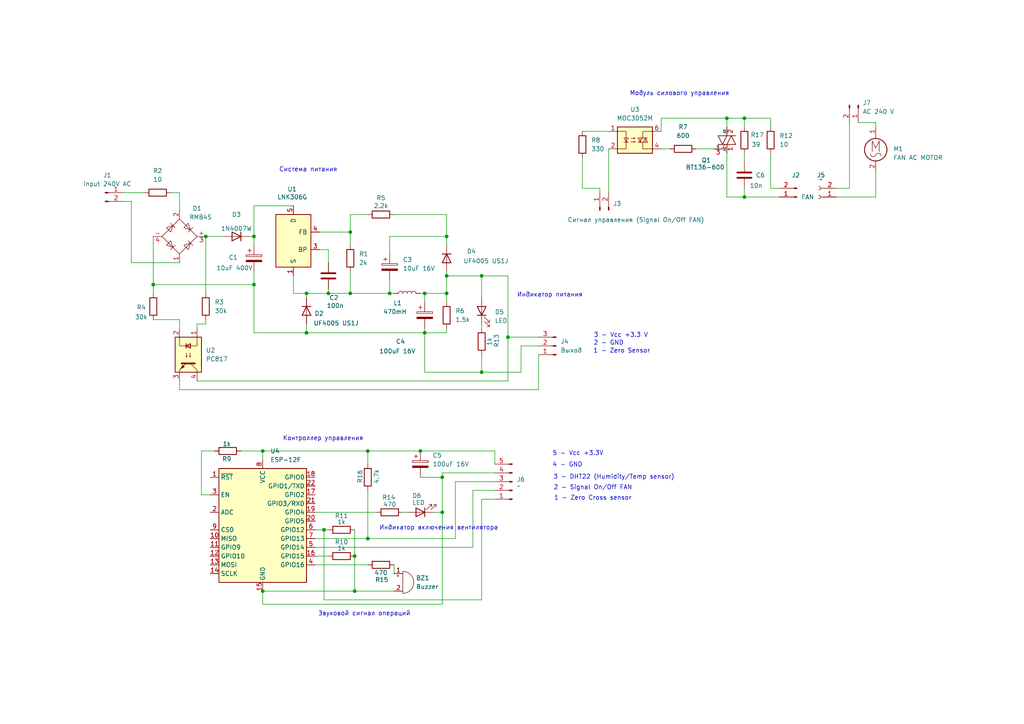
<source format=kicad_sch>
(kicad_sch (version 20231120) (generator "eeschema") (generator_version "8.0")
  (paper "A4")
  (title_block (title "Система управления вентилятором") (rev "1.2") (company "CYBEREX TECH"))
  (lib_symbols
    (symbol "Connector:Conn_01x02_Pin" (pin_names (offset 1.016) hide)
      (property "Reference" "J" (at 0 2.54 0))
      (property "Value" "Conn_01x02_Pin" (at 0 -5.08 0))
      (symbol "Conn_01x02_Pin_1_1"
        (polyline (pts (xy 1.27 -2.54) (xy 0.8636 -2.54)) (stroke (width 0.1524)))
        (polyline (pts (xy 1.27 0) (xy 0.8636 0)) (stroke (width 0.1524)))
        (rectangle (start 0.8636 -2.413) (end 0 -2.667) (stroke (width 0.1524)) (fill (type outline)))
        (rectangle (start 0.8636 0.127) (end 0 -0.127) (stroke (width 0.1524)) (fill (type outline)))
        (pin passive line (at 5.08 0 180) (length 3.81) (name "Pin_1") (number "1"))
        (pin passive line (at 5.08 -2.54 180) (length 3.81) (name "Pin_2") (number "2"))
      )
    )
    (symbol "Connector:Conn_01x02_Socket" (pin_names (offset 1.016) hide)
      (property "Reference" "J" (at 0 2.54 0))
      (property "Value" "Conn_01x02_Socket" (at 0 -5.08 0))
      (symbol "Conn_01x02_Socket_1_1"
        (arc (start 0 -2.032) (mid -0.5058 -2.54) (end 0 -3.048) (stroke (width 0.1524)))
        (polyline (pts (xy -1.27 -2.54) (xy -0.508 -2.54)) (stroke (width 0.1524)))
        (polyline (pts (xy -1.27 0) (xy -0.508 0)) (stroke (width 0.1524)))
        (arc (start 0 0.508) (mid -0.5058 0) (end 0 -0.508) (stroke (width 0.1524)))
        (pin passive line (at -5.08 0 0) (length 3.81) (name "Pin_1") (number "1"))
        (pin passive line (at -5.08 -2.54 0) (length 3.81) (name "Pin_2") (number "2"))
      )
    )
    (symbol "Connector:Conn_01x03_Pin" (pin_names (offset 1.016) hide)
      (property "Reference" "J" (at 0 5.08 0))
      (property "Value" "Conn_01x03_Pin" (at 0 -5.08 0))
      (symbol "Conn_01x03_Pin_1_1"
        (polyline (pts (xy 1.27 -2.54) (xy 0.8636 -2.54)) (stroke (width 0.1524)))
        (polyline (pts (xy 1.27 0) (xy 0.8636 0)) (stroke (width 0.1524)))
        (polyline (pts (xy 1.27 2.54) (xy 0.8636 2.54)) (stroke (width 0.1524)))
        (rectangle (start 0.8636 -2.413) (end 0 -2.667) (stroke (width 0.1524)) (fill (type outline)))
        (rectangle (start 0.8636 0.127) (end 0 -0.127) (stroke (width 0.1524)) (fill (type outline)))
        (rectangle (start 0.8636 2.667) (end 0 2.413) (stroke (width 0.1524)) (fill (type outline)))
        (pin passive line (at 5.08 2.54 180) (length 3.81) (name "Pin_1") (number "1"))
        (pin passive line (at 5.08 0 180) (length 3.81) (name "Pin_2") (number "2"))
        (pin passive line (at 5.08 -2.54 180) (length 3.81) (name "Pin_3") (number "3"))
      )
    )
    (symbol "Connector:Conn_01x05_Pin" (pin_names (offset 1.016) hide)
      (property "Reference" "J" (at 0 7.62 0))
      (property "Value" "Conn_01x05_Pin" (at 0 -7.62 0))
      (symbol "Conn_01x05_Pin_1_1"
        (polyline (pts (xy 1.27 -5.08) (xy 0.8636 -5.08)) (stroke (width 0.1524)))
        (polyline (pts (xy 1.27 -2.54) (xy 0.8636 -2.54)) (stroke (width 0.1524)))
        (polyline (pts (xy 1.27 0) (xy 0.8636 0)) (stroke (width 0.1524)))
        (polyline (pts (xy 1.27 2.54) (xy 0.8636 2.54)) (stroke (width 0.1524)))
        (polyline (pts (xy 1.27 5.08) (xy 0.8636 5.08)) (stroke (width 0.1524)))
        (rectangle (start 0.8636 -4.953) (end 0 -5.207) (stroke (width 0.1524)) (fill (type outline)))
        (rectangle (start 0.8636 -2.413) (end 0 -2.667) (stroke (width 0.1524)) (fill (type outline)))
        (rectangle (start 0.8636 0.127) (end 0 -0.127) (stroke (width 0.1524)) (fill (type outline)))
        (rectangle (start 0.8636 2.667) (end 0 2.413) (stroke (width 0.1524)) (fill (type outline)))
        (rectangle (start 0.8636 5.207) (end 0 4.953) (stroke (width 0.1524)) (fill (type outline)))
        (pin passive line (at 5.08 5.08 180) (length 3.81) (name "Pin_1") (number "1"))
        (pin passive line (at 5.08 2.54 180) (length 3.81) (name "Pin_2") (number "2"))
        (pin passive line (at 5.08 0 180) (length 3.81) (name "Pin_3") (number "3"))
        (pin passive line (at 5.08 -2.54 180) (length 3.81) (name "Pin_4") (number "4"))
        (pin passive line (at 5.08 -5.08 180) (length 3.81) (name "Pin_5") (number "5"))
      )
    )
    (symbol "Device:Buzzer" (pin_names (offset 0.0254) hide)
      (property "Reference" "BZ" (at 3.81 1.27 0))
      (property "Value" "Buzzer" (at 3.81 -1.27 0))
      (symbol "Buzzer_0_1"
        (arc (start 0 -3.175) (mid 3.1612 0) (end 0 3.175))
        (polyline (pts (xy -1.651 1.905) (xy -1.143 1.905)))
        (polyline (pts (xy -1.397 2.159) (xy -1.397 1.651)))
        (polyline (pts (xy 0 3.175) (xy 0 -3.175)))
      )
      (symbol "Buzzer_1_1"
        (pin passive line (at -2.54 2.54 0) (length 2.54) (name "+") (number "1"))
        (pin passive line (at -2.54 -2.54 0) (length 2.54) (name "-") (number "2"))
      )
    )
    (symbol "Device:C" (pin_numbers hide) (pin_names (offset 0.254))
      (property "Reference" "C" (at 0.635 2.54 0))
      (property "Value" "C" (at 0.635 -2.54 0))
      (symbol "C_0_1"
        (polyline (pts (xy -2.032 -0.762) (xy 2.032 -0.762)) (stroke (width 0.508)))
        (polyline (pts (xy -2.032 0.762) (xy 2.032 0.762)) (stroke (width 0.508)))
      )
      (symbol "C_1_1"
        (pin passive line (at 0 3.81 270) (length 2.794) (name "~") (number "1"))
        (pin passive line (at 0 -3.81 90) (length 2.794) (name "~") (number "2"))
      )
    )
    (symbol "Device:C_Polarized" (pin_numbers hide) (pin_names (offset 0.254))
      (property "Reference" "C" (at 0.635 2.54 0))
      (property "Value" "C_Polarized" (at 0.635 -2.54 0))
      (symbol "C_Polarized_0_1"
        (rectangle (start -2.286 0.508) (end 2.286 1.016))
        (polyline (pts (xy -1.778 2.286) (xy -0.762 2.286)))
        (polyline (pts (xy -1.27 2.794) (xy -1.27 1.778)))
        (rectangle (start 2.286 -0.508) (end -2.286 -1.016) (fill (type outline)))
      )
      (symbol "C_Polarized_1_1"
        (pin passive line (at 0 3.81 270) (length 2.794) (name "~") (number "1"))
        (pin passive line (at 0 -3.81 90) (length 2.794) (name "~") (number "2"))
      )
    )
    (symbol "Device:D" (pin_numbers hide) (pin_names (offset 1.016) hide)
      (property "Reference" "D" (at 0 2.54 0))
      (property "Value" "D" (at 0 -2.54 0))
      (symbol "D_0_1"
        (polyline (pts (xy -1.27 1.27) (xy -1.27 -1.27)) (stroke (width 0.254)))
        (polyline (pts (xy 1.27 0) (xy -1.27 0)))
        (polyline (pts (xy 1.27 1.27) (xy 1.27 -1.27) (xy -1.27 0) (xy 1.27 1.27)) (stroke (width 0.254)))
      )
      (symbol "D_1_1"
        (pin passive line (at -3.81 0 0) (length 2.54) (name "K") (number "1"))
        (pin passive line (at 3.81 0 180) (length 2.54) (name "A") (number "2"))
      )
    )
    (symbol "Device:L" (pin_numbers hide) (pin_names (offset 1.016) hide)
      (property "Reference" "L" (at -1.27 0 90))
      (property "Value" "L" (at 1.905 0 90))
      (symbol "L_0_1"
        (arc (start 0 -2.54) (mid 0.6323 -1.905) (end 0 -1.27))
        (arc (start 0 -1.27) (mid 0.6323 -0.635) (end 0 0))
        (arc (start 0 0) (mid 0.6323 0.635) (end 0 1.27))
        (arc (start 0 1.27) (mid 0.6323 1.905) (end 0 2.54))
      )
      (symbol "L_1_1"
        (pin passive line (at 0 3.81 270) (length 1.27) (name "1") (number "1"))
        (pin passive line (at 0 -3.81 90) (length 1.27) (name "2") (number "2"))
      )
    )
    (symbol "Device:LED" (pin_numbers hide) (pin_names (offset 1.016) hide)
      (property "Reference" "D" (at 0 2.54 0))
      (property "Value" "LED" (at 0 -2.54 0))
      (symbol "LED_0_1"
        (polyline (pts (xy -1.27 -1.27) (xy -1.27 1.27)) (stroke (width 0.254)))
        (polyline (pts (xy -1.27 0) (xy 1.27 0)))
        (polyline (pts (xy 1.27 -1.27) (xy 1.27 1.27) (xy -1.27 0) (xy 1.27 -1.27)) (stroke (width 0.254)))
        (polyline (pts (xy -3.048 -0.762) (xy -4.572 -2.286) (xy -3.81 -2.286) (xy -4.572 -2.286) (xy -4.572 -1.524)))
        (polyline (pts (xy -1.778 -0.762) (xy -3.302 -2.286) (xy -2.54 -2.286) (xy -3.302 -2.286) (xy -3.302 -1.524)))
      )
      (symbol "LED_1_1"
        (pin passive line (at -3.81 0 0) (length 2.54) (name "K") (number "1"))
        (pin passive line (at 3.81 0 180) (length 2.54) (name "A") (number "2"))
      )
    )
    (symbol "Device:R" (pin_numbers hide) (pin_names (offset 0))
      (property "Reference" "R" (at 2.032 0 90))
      (property "Value" "R" (at 0 0 90))
      (symbol "R_0_1"
        (rectangle (start -1.016 -2.54) (end 1.016 2.54) (stroke (width 0.254)))
      )
      (symbol "R_1_1"
        (pin passive line (at 0 3.81 270) (length 1.27) (name "~") (number "1"))
        (pin passive line (at 0 -3.81 90) (length 1.27) (name "~") (number "2"))
      )
    )
    (symbol "Diode_Bridge:RMB4S" (pin_names (offset 0))
      (property "Reference" "D" (at 2.54 6.985 0))
      (property "Value" "RMB4S" (at 2.54 5.08 0))
      (symbol "RMB4S_0_1"
        (polyline (pts (xy -2.54 3.81) (xy -1.27 2.54)))
        (polyline (pts (xy -1.27 -2.54) (xy -2.54 -3.81)))
        (polyline (pts (xy 2.54 -1.27) (xy 3.81 -2.54)))
        (polyline (pts (xy 2.54 1.27) (xy 3.81 2.54)))
        (polyline (pts (xy -3.81 2.54) (xy -2.54 1.27) (xy -1.905 3.175) (xy -3.81 2.54)))
        (polyline (pts (xy -2.54 -1.27) (xy -3.81 -2.54) (xy -1.905 -3.175) (xy -2.54 -1.27)))
        (polyline (pts (xy 1.27 2.54) (xy 2.54 3.81) (xy 3.175 1.905) (xy 1.27 2.54)))
        (polyline (pts (xy 3.175 -1.905) (xy 1.27 -2.54) (xy 2.54 -3.81) (xy 3.175 -1.905)))
        (polyline (pts (xy -5.08 0) (xy 0 -5.08) (xy 5.08 0) (xy 0 5.08) (xy -5.08 0)))
      )
      (symbol "RMB4S_1_1"
        (pin passive line (at 0 -7.62 90) (length 2.54) (name "~") (number "1"))
        (pin passive line (at 0 7.62 270) (length 2.54) (name "~") (number "2"))
        (pin passive line (at 7.62 0 180) (length 2.54) (name "+") (number "3"))
        (pin passive line (at -7.62 0 0) (length 2.54) (name "-") (number "4"))
      )
    )
    (symbol "Isolator:PC817" (pin_names (offset 1.016))
      (property "Reference" "U" (at -5.08 5.08 0))
      (property "Value" "PC817" (at 0 5.08 0))
      (symbol "PC817_0_1"
        (rectangle (start -5.08 3.81) (end 5.08 -3.81) (stroke (width 0.254)) (fill (type background)))
        (polyline (pts (xy -3.175 -0.635) (xy -1.905 -0.635)) (stroke (width 0.254)))
        (polyline (pts (xy 2.54 0.635) (xy 4.445 2.54)))
        (polyline (pts (xy 4.445 -2.54) (xy 2.54 -0.635)) (fill (type outline)))
        (polyline (pts (xy 4.445 -2.54) (xy 5.08 -2.54)))
        (polyline (pts (xy 4.445 2.54) (xy 5.08 2.54)))
        (polyline (pts (xy -5.08 2.54) (xy -2.54 2.54) (xy -2.54 -0.635)))
        (polyline (pts (xy -2.54 -0.635) (xy -2.54 -2.54) (xy -5.08 -2.54)))
        (polyline (pts (xy 2.54 1.905) (xy 2.54 -1.905) (xy 2.54 -1.905)) (stroke (width 0.508)))
        (polyline (pts (xy -2.54 -0.635) (xy -3.175 0.635) (xy -1.905 0.635) (xy -2.54 -0.635)) (stroke (width 0.254)))
        (polyline (pts (xy -0.508 -0.508) (xy 0.762 -0.508) (xy 0.381 -0.635) (xy 0.381 -0.381) (xy 0.762 -0.508)))
        (polyline (pts (xy -0.508 0.508) (xy 0.762 0.508) (xy 0.381 0.381) (xy 0.381 0.635) (xy 0.762 0.508)))
        (polyline (pts (xy 3.048 -1.651) (xy 3.556 -1.143) (xy 4.064 -2.159) (xy 3.048 -1.651) (xy 3.048 -1.651)) (fill (type outline)))
      )
      (symbol "PC817_1_1"
        (pin passive line (at -7.62 2.54 0) (length 2.54) (name "~") (number "1"))
        (pin passive line (at -7.62 -2.54 0) (length 2.54) (name "~") (number "2"))
        (pin passive line (at 7.62 -2.54 180) (length 2.54) (name "~") (number "3"))
        (pin passive line (at 7.62 2.54 180) (length 2.54) (name "~") (number "4"))
      )
    )
    (symbol "Motor:Motor_AC" (pin_names (offset 0))
      (property "Reference" "M" (at 2.54 2.54 0))
      (property "Value" "Motor_AC" (at 2.54 -5.08 0))
      (symbol "Motor_AC_0_0"
        (arc (start -1.524 -2.794) (mid -0.8654 -3.5217) (end 0 -3.048))
        (polyline (pts (xy -1.016 -2.032) (xy -1.016 1.016) (xy 0 -1.016) (xy 1.016 1.016) (xy 1.016 -2.032)))
        (arc (start 1.524 -3.302) (mid 0.85 -2.5503) (end 0 -3.048))
      )
      (symbol "Motor_AC_0_1"
        (circle (center 0 -1.524) (radius 3.2512) (stroke (width 0.254)))
        (polyline (pts (xy 0 -7.62) (xy 0 -7.112)))
        (polyline (pts (xy 0 -4.7752) (xy 0 -5.1816)))
        (polyline (pts (xy 0 1.7272) (xy 0 2.0828)))
        (polyline (pts (xy 0 2.032) (xy 0 2.54)))
      )
      (symbol "Motor_AC_1_1"
        (pin passive line (at 0 5.08 270) (length 2.54) (name "~") (number "1"))
        (pin passive line (at 0 -7.62 90) (length 2.54) (name "~") (number "2"))
      )
    )
    (symbol "RF_Module:ESP-12F"
      (property "Reference" "U" (at -12.7 19.05 0))
      (property "Value" "ESP-12F" (at 12.7 19.05 0))
      (symbol "ESP-12F_0_1"
        (rectangle (start -12.7 17.78) (end 12.7 -15.24) (stroke (width 0.254)) (fill (type background)))
      )
      (symbol "ESP-12F_1_1"
        (pin input line (at -15.24 15.24 0) (length 2.54) (name "~{RST}") (number "1"))
        (pin bidirectional line (at -15.24 -2.54 0) (length 2.54) (name "MISO") (number "10"))
        (pin bidirectional line (at -15.24 -5.08 0) (length 2.54) (name "GPIO9") (number "11"))
        (pin bidirectional line (at -15.24 -7.62 0) (length 2.54) (name "GPIO10") (number "12"))
        (pin bidirectional line (at -15.24 -10.16 0) (length 2.54) (name "MOSI") (number "13"))
        (pin bidirectional line (at -15.24 -12.7 0) (length 2.54) (name "SCLK") (number "14"))
        (pin power_in line (at 0 -17.78 90) (length 2.54) (name "GND") (number "15"))
        (pin bidirectional line (at 15.24 -7.62 180) (length 2.54) (name "GPIO15") (number "16"))
        (pin bidirectional line (at 15.24 10.16 180) (length 2.54) (name "GPIO2") (number "17"))
        (pin bidirectional line (at 15.24 15.24 180) (length 2.54) (name "GPIO0") (number "18"))
        (pin bidirectional line (at 15.24 5.08 180) (length 2.54) (name "GPIO4") (number "19"))
        (pin input line (at -15.24 5.08 0) (length 2.54) (name "ADC") (number "2"))
        (pin bidirectional line (at 15.24 2.54 180) (length 2.54) (name "GPIO5") (number "20"))
        (pin bidirectional line (at 15.24 7.62 180) (length 2.54) (name "GPIO3/RXD") (number "21"))
        (pin bidirectional line (at 15.24 12.7 180) (length 2.54) (name "GPIO1/TXD") (number "22"))
        (pin input line (at -15.24 10.16 0) (length 2.54) (name "EN") (number "3"))
        (pin bidirectional line (at 15.24 -10.16 180) (length 2.54) (name "GPIO16") (number "4"))
        (pin bidirectional line (at 15.24 -5.08 180) (length 2.54) (name "GPIO14") (number "5"))
        (pin bidirectional line (at 15.24 0 180) (length 2.54) (name "GPIO12") (number "6"))
        (pin bidirectional line (at 15.24 -2.54 180) (length 2.54) (name "GPIO13") (number "7"))
        (pin power_in line (at 0 20.32 270) (length 2.54) (name "VCC") (number "8"))
        (pin input line (at -15.24 0 0) (length 2.54) (name "CS0") (number "9"))
      )
    )
    (symbol "Regulator_Switching:LNK306G" (pin_names (offset 1.016))
      (property "Reference" "U" (at 0 -6.35 0))
      (property "Value" "LNK306G" (at 0 -8.89 0))
      (symbol "LNK306G_0_1"
        (rectangle (start -7.62 5.08) (end 7.62 -5.08) (stroke (width 0.254)) (fill (type background)))
      )
      (symbol "LNK306G_1_1"
        (pin power_in line (at 10.16 0 180) (length 2.54) (name "S") (number "1"))
        (pin passive line (at 10.16 0 180) (length 2.54) hide (name "S") (number "2"))
        (pin input line (at 2.54 7.62 270) (length 2.54) (name "BP") (number "3"))
        (pin input line (at -2.54 7.62 270) (length 2.54) (name "FB") (number "4"))
        (pin open_collector line (at -10.16 0 0) (length 2.54) (name "D") (number "5"))
        (pin passive line (at 10.16 0 180) (length 2.54) hide (name "S") (number "7"))
        (pin passive line (at 10.16 0 180) (length 2.54) hide (name "S") (number "8"))
      )
    )
    (symbol "Relay_SolidState:MOC3052M"
      (property "Reference" "U" (at -5.334 4.826 0))
      (property "Value" "MOC3052M" (at 0 5.08 0))
      (symbol "MOC3052M_0_1"
        (rectangle (start -5.08 3.81) (end 5.08 -3.81) (stroke (width 0.254)) (fill (type background)))
        (polyline (pts (xy -3.175 -0.635) (xy -1.905 -0.635)))
        (polyline (pts (xy 1.524 -0.635) (xy 1.524 0.635)))
        (polyline (pts (xy 3.048 0.635) (xy 3.048 -0.635)))
        (polyline (pts (xy 2.286 -0.635) (xy 2.286 -2.54) (xy 5.08 -2.54)))
        (polyline (pts (xy 2.286 0.635) (xy 2.286 2.54) (xy 5.08 2.54)))
        (polyline (pts (xy -5.08 2.54) (xy -2.54 2.54) (xy -2.54 -2.54) (xy -5.08 -2.54)))
        (polyline (pts (xy -2.54 -0.635) (xy -3.175 0.635) (xy -1.905 0.635) (xy -2.54 -0.635)))
        (polyline (pts (xy 0.889 -0.635) (xy 3.683 -0.635) (xy 3.048 0.635) (xy 2.413 -0.635)))
        (polyline (pts (xy 3.683 0.635) (xy 0.889 0.635) (xy 1.524 -0.635) (xy 2.159 0.635)))
        (polyline (pts (xy -1.143 -0.508) (xy 0.127 -0.508) (xy -0.254 -0.635) (xy -0.254 -0.381) (xy 0.127 -0.508)))
        (polyline (pts (xy -1.143 0.508) (xy 0.127 0.508) (xy -0.254 0.381) (xy -0.254 0.635) (xy 0.127 0.508)))
      )
      (symbol "MOC3052M_1_1"
        (pin passive line (at -7.62 2.54 0) (length 2.54) (name "~") (number "1"))
        (pin passive line (at -7.62 -2.54 0) (length 2.54) (name "~") (number "2"))
        (pin no_connect line (at -5.08 0 0) (length 2.54) hide (name "NC") (number "3"))
        (pin passive line (at 7.62 -2.54 180) (length 2.54) (name "~") (number "4"))
        (pin no_connect line (at 5.08 0 180) (length 2.54) hide (name "NC") (number "5"))
        (pin passive line (at 7.62 2.54 180) (length 2.54) (name "~") (number "6"))
      )
    )
    (symbol "Triac_Thyristor:BT136-600" (pin_names (offset 0))
      (property "Reference" "Q" (at 5.08 1.905 0))
      (property "Value" "BT136-600" (at 5.08 0 0))
      (symbol "BT136-600_0_1"
        (polyline (pts (xy -2.54 -1.27) (xy 2.54 -1.27)) (stroke (width 0.2032)))
        (polyline (pts (xy -2.54 1.27) (xy 2.54 1.27)) (stroke (width 0.2032)))
        (polyline (pts (xy -1.27 -2.54) (xy -0.635 -1.27)))
        (polyline (pts (xy -2.54 1.27) (xy -1.27 -1.27) (xy 0 1.27)) (stroke (width 0.2032)))
        (polyline (pts (xy 0 -1.27) (xy 1.27 1.27) (xy 2.54 -1.27)) (stroke (width 0.2032)))
      )
      (symbol "BT136-600_1_1"
        (pin passive line (at 0 -3.81 90) (length 2.54) (name "A1") (number "1"))
        (pin passive line (at 0 3.81 270) (length 2.54) (name "A2") (number "2"))
        (pin input line (at -3.81 -2.54 0) (length 2.54) (name "G") (number "3"))
      )
    )
  )
  (junction (at 95.25 85.09))
  (junction (at 128.27 138.43))
  (junction (at 88.9 96.52))
  (junction (at 102.87 161.29))
  (junction (at 59.69 68.58))
  (junction (at 101.6 85.09))
  (junction (at 139.7 80.01))
  (junction (at 129.54 68.58))
  (junction (at 106.68 156.21))
  (junction (at 106.68 130.81))
  (junction (at 102.87 171.45))
  (junction (at 129.54 80.01))
  (junction (at 129.54 85.09))
  (junction (at 73.66 82.55))
  (junction (at 147.32 97.79))
  (junction (at 215.9 34.29))
  (junction (at 88.9 85.09))
  (junction (at 93.98 153.67))
  (junction (at 210.82 34.29))
  (junction (at 121.92 130.81))
  (junction (at 123.19 85.09))
  (junction (at 128.27 148.59))
  (junction (at 139.7 107.95))
  (junction (at 44.45 82.55))
  (junction (at 101.6 67.31))
  (junction (at 113.03 85.09))
  (junction (at 76.2 171.45))
  (junction (at 76.2 130.81))
  (junction (at 215.9 57.15))
  (junction (at 73.66 68.58))
  (junction (at 123.19 96.52))
  (wire (pts (xy 242.57 57.15) (xy 254 57.15)))
  (wire (pts (xy 95.25 85.09) (xy 101.6 85.09)))
  (wire (pts (xy 139.7 80.01) (xy 147.32 80.01)))
  (wire (pts (xy 191.77 38.1) (xy 191.77 34.29)))
  (wire (pts (xy 88.9 85.09) (xy 95.25 85.09)))
  (wire (pts (xy 113.03 81.28) (xy 113.03 85.09)))
  (wire (pts (xy 101.6 62.23) (xy 106.68 62.23)))
  (wire (pts (xy 121.92 130.81) (xy 143.51 130.81)))
  (wire (pts (xy 129.54 85.09) (xy 129.54 80.01)))
  (wire (pts (xy 92.71 67.31) (xy 101.6 67.31)))
  (wire (pts (xy 59.69 93.98) (xy 57.15 93.98)))
  (wire (pts (xy 168.91 38.1) (xy 176.53 38.1)))
  (wire (pts (xy 91.44 156.21) (xy 106.68 156.21)))
  (wire (pts (xy 57.15 110.49) (xy 147.32 110.49)))
  (wire (pts (xy 132.08 156.21) (xy 132.08 139.7)))
  (wire (pts (xy 201.93 43.18) (xy 207.01 43.18)))
  (wire (pts (xy 58.42 130.81) (xy 62.23 130.81)))
  (wire (pts (xy 102.87 171.45) (xy 114.3 171.45)))
  (wire (pts (xy 113.03 73.66) (xy 113.03 68.58)))
  (wire (pts (xy 128.27 137.16) (xy 143.51 137.16)))
  (wire (pts (xy 91.44 148.59) (xy 109.22 148.59)))
  (wire (pts (xy 168.91 54.61) (xy 168.91 45.72)))
  (wire (pts (xy 59.69 92.71) (xy 59.69 93.98)))
  (wire (pts (xy 52.07 110.49) (xy 52.07 113.03)))
  (wire (pts (xy 95.25 83.82) (xy 95.25 85.09)))
  (wire (pts (xy 176.53 43.18) (xy 176.53 55.88)))
  (wire (pts (xy 168.91 54.61) (xy 173.99 54.61)))
  (wire (pts (xy 139.7 93.98) (xy 139.7 95.25)))
  (wire (pts (xy 215.9 54.61) (xy 215.9 57.15)))
  (wire (pts (xy 215.9 34.29) (xy 210.82 34.29)))
  (wire (pts (xy 173.99 54.61) (xy 173.99 55.88)))
  (wire (pts (xy 215.9 57.15) (xy 226.06 57.15)))
  (wire (pts (xy 215.9 34.29) (xy 215.9 36.83)))
  (wire (pts (xy 76.2 175.26) (xy 76.2 171.45)))
  (wire (pts (xy 60.96 143.51) (xy 58.42 143.51)))
  (wire (pts (xy 248.92 35.56) (xy 254 35.56)))
  (wire (pts (xy 147.32 97.79) (xy 156.21 97.79)))
  (wire (pts (xy 106.68 142.24) (xy 106.68 156.21)))
  (wire (pts (xy 52.07 92.71) (xy 52.07 95.25)))
  (wire (pts (xy 95.25 72.39) (xy 92.71 72.39)))
  (wire (pts (xy 91.44 163.83) (xy 106.68 163.83)))
  (wire (pts (xy 49.53 55.88) (xy 52.07 55.88)))
  (wire (pts (xy 91.44 161.29) (xy 95.25 161.29)))
  (wire (pts (xy 223.52 36.83) (xy 223.52 34.29)))
  (wire (pts (xy 76.2 130.81) (xy 76.2 133.35)))
  (wire (pts (xy 106.68 130.81) (xy 121.92 130.81)))
  (wire (pts (xy 76.2 130.81) (xy 106.68 130.81)))
  (wire (pts (xy 88.9 85.09) (xy 85.09 85.09)))
  (wire (pts (xy 106.68 130.81) (xy 106.68 134.62)))
  (wire (pts (xy 139.7 173.99) (xy 93.98 173.99)))
  (wire (pts (xy 242.57 54.61) (xy 246.38 54.61)))
  (wire (pts (xy 59.69 68.58) (xy 64.77 68.58)))
  (wire (pts (xy 44.45 68.58) (xy 44.45 82.55)))
  (wire (pts (xy 72.39 68.58) (xy 73.66 68.58)))
  (wire (pts (xy 44.45 82.55) (xy 73.66 82.55)))
  (wire (pts (xy 114.3 163.83) (xy 114.3 166.37)))
  (wire (pts (xy 123.19 96.52) (xy 129.54 96.52)))
  (wire (pts (xy 137.16 158.75) (xy 137.16 142.24)))
  (wire (pts (xy 129.54 62.23) (xy 129.54 68.58)))
  (wire (pts (xy 88.9 93.98) (xy 88.9 96.52)))
  (wire (pts (xy 129.54 95.25) (xy 129.54 96.52)))
  (wire (pts (xy 85.09 80.01) (xy 85.09 85.09)))
  (wire (pts (xy 35.56 55.88) (xy 41.91 55.88)))
  (wire (pts (xy 123.19 85.09) (xy 129.54 85.09)))
  (wire (pts (xy 102.87 153.67) (xy 102.87 161.29)))
  (wire (pts (xy 147.32 97.79) (xy 147.32 110.49)))
  (wire (pts (xy 191.77 34.29) (xy 210.82 34.29)))
  (wire (pts (xy 101.6 85.09) (xy 113.03 85.09)))
  (wire (pts (xy 210.82 44.45) (xy 210.82 57.15)))
  (wire (pts (xy 73.66 68.58) (xy 73.66 59.69)))
  (wire (pts (xy 69.85 130.81) (xy 76.2 130.81)))
  (wire (pts (xy 121.92 85.09) (xy 123.19 85.09)))
  (wire (pts (xy 215.9 44.45) (xy 215.9 46.99)))
  (wire (pts (xy 128.27 138.43) (xy 128.27 137.16)))
  (wire (pts (xy 52.07 76.2) (xy 38.1 76.2)))
  (wire (pts (xy 123.19 107.95) (xy 123.19 96.52)))
  (wire (pts (xy 191.77 43.18) (xy 194.31 43.18)))
  (wire (pts (xy 129.54 68.58) (xy 129.54 71.12)))
  (wire (pts (xy 73.66 82.55) (xy 73.66 78.74)))
  (wire (pts (xy 88.9 96.52) (xy 123.19 96.52)))
  (wire (pts (xy 125.73 148.59) (xy 128.27 148.59)))
  (wire (pts (xy 44.45 82.55) (xy 44.45 85.09)))
  (wire (pts (xy 254 57.15) (xy 254 49.53)))
  (wire (pts (xy 223.52 54.61) (xy 223.52 44.45)))
  (wire (pts (xy 95.25 72.39) (xy 95.25 76.2)))
  (wire (pts (xy 121.92 138.43) (xy 128.27 138.43)))
  (wire (pts (xy 106.68 156.21) (xy 132.08 156.21)))
  (wire (pts (xy 38.1 58.42) (xy 35.56 58.42)))
  (wire (pts (xy 102.87 161.29) (xy 102.87 171.45)))
  (wire (pts (xy 73.66 59.69) (xy 85.09 59.69)))
  (wire (pts (xy 226.06 54.61) (xy 223.52 54.61)))
  (wire (pts (xy 143.51 144.78) (xy 139.7 144.78)))
  (wire (pts (xy 139.7 102.87) (xy 139.7 107.95)))
  (wire (pts (xy 151.13 100.33) (xy 156.21 100.33)))
  (wire (pts (xy 139.7 144.78) (xy 139.7 173.99)))
  (wire (pts (xy 101.6 62.23) (xy 101.6 67.31)))
  (wire (pts (xy 88.9 96.52) (xy 73.66 96.52)))
  (wire (pts (xy 52.07 55.88) (xy 52.07 60.96)))
  (wire (pts (xy 101.6 78.74) (xy 101.6 85.09)))
  (wire (pts (xy 129.54 80.01) (xy 139.7 80.01)))
  (wire (pts (xy 210.82 34.29) (xy 210.82 36.83)))
  (wire (pts (xy 88.9 85.09) (xy 88.9 86.36)))
  (wire (pts (xy 57.15 93.98) (xy 57.15 95.25)))
  (wire (pts (xy 139.7 86.36) (xy 139.7 80.01)))
  (wire (pts (xy 93.98 173.99) (xy 93.98 153.67)))
  (wire (pts (xy 73.66 96.52) (xy 73.66 82.55)))
  (wire (pts (xy 246.38 54.61) (xy 246.38 35.56)))
  (wire (pts (xy 123.19 85.09) (xy 123.19 87.63)))
  (wire (pts (xy 91.44 153.67) (xy 93.98 153.67)))
  (wire (pts (xy 44.45 92.71) (xy 52.07 92.71)))
  (wire (pts (xy 113.03 68.58) (xy 129.54 68.58)))
  (wire (pts (xy 137.16 142.24) (xy 143.51 142.24)))
  (wire (pts (xy 38.1 58.42) (xy 38.1 76.2)))
  (wire (pts (xy 113.03 85.09) (xy 114.3 85.09)))
  (wire (pts (xy 102.87 171.45) (xy 76.2 171.45)))
  (wire (pts (xy 254 35.56) (xy 254 36.83)))
  (wire (pts (xy 59.69 68.58) (xy 59.69 85.09)))
  (wire (pts (xy 128.27 175.26) (xy 76.2 175.26)))
  (wire (pts (xy 128.27 148.59) (xy 128.27 138.43)))
  (wire (pts (xy 73.66 68.58) (xy 73.66 71.12)))
  (wire (pts (xy 128.27 148.59) (xy 128.27 175.26)))
  (wire (pts (xy 91.44 158.75) (xy 137.16 158.75)))
  (wire (pts (xy 210.82 57.15) (xy 215.9 57.15)))
  (wire (pts (xy 129.54 80.01) (xy 129.54 78.74)))
  (wire (pts (xy 52.07 113.03) (xy 156.21 113.03)))
  (wire (pts (xy 143.51 130.81) (xy 143.51 134.62)))
  (wire (pts (xy 147.32 80.01) (xy 147.32 97.79)))
  (wire (pts (xy 129.54 85.09) (xy 129.54 87.63)))
  (wire (pts (xy 156.21 113.03) (xy 156.21 102.87)))
  (wire (pts (xy 93.98 153.67) (xy 95.25 153.67)))
  (wire (pts (xy 123.19 95.25) (xy 123.19 96.52)))
  (wire (pts (xy 151.13 107.95) (xy 151.13 100.33)))
  (wire (pts (xy 101.6 67.31) (xy 101.6 71.12)))
  (wire (pts (xy 58.42 143.51) (xy 58.42 130.81)))
  (wire (pts (xy 139.7 107.95) (xy 151.13 107.95)))
  (wire (pts (xy 132.08 139.7) (xy 143.51 139.7)))
  (wire (pts (xy 223.52 34.29) (xy 215.9 34.29)))
  (wire (pts (xy 114.3 62.23) (xy 129.54 62.23)))
  (wire (pts (xy 139.7 107.95) (xy 123.19 107.95)))
  (wire (pts (xy 116.84 148.59) (xy 118.11 148.59)))
  (text "4 - GND" (at 164.592 134.874 0) (effects (font (size 1.27 1.27))))
  (text "Индикатор включения вентилятора" (at 127.254 153.162 0) (effects (font (size 1.27 1.27))))
  (text "Модуль силового управления\n" (at 197.104 27.178 0) (effects (font (size 1.27 1.27))))
  (text "3 - DHT22 (Humidity/Temp sensor)" (at 178.054 138.43 0) (effects (font (size 1.27 1.27))))
  (text "Контроллер управления\n" (at 93.726 127.254 0) (effects (font (size 1.27 1.27))))
  (text "2 - GND" (at 176.53 99.568 0) (effects (font (size 1.27 1.27))))
  (text "5 - Vcc +3.3V" (at 167.64 131.572 0) (effects (font (size 1.27 1.27))))
  (text "1 - Zero Cross sensor" (at 171.958 144.526 0) (effects (font (size 1.27 1.27))))
  (text "3 - Vcc +3.3 V" (at 180.086 97.282 0) (effects (font (size 1.27 1.27))))
  (text "1 - Zero Sensor" (at 180.34 101.854 0) (effects (font (size 1.27 1.27))))
  (text "2 - Signal On/Off FAN" (at 171.958 141.478 0) (effects (font (size 1.27 1.27))))
  (text "Звуковой сигнал операций" (at 105.664 178.054 0) (effects (font (size 1.27 1.27))))
  (text "Система питания" (at 89.408 49.276 0) (effects (font (size 1.27 1.27))))
  (text "Индикатор питания" (at 159.512 85.598 0) (effects (font (size 1.27 1.27))))
  (symbol (lib_id "Device:C_Polarized") (at 121.92 134.62 0) (unit 1)
    (property "Reference" "C5" (at 125.476 132.08 0) (effects (justify left)))
    (property "Value" "100uF 16V" (at 125.476 134.62 0) (effects (justify left)))
    (property "Footprint" "Capacitor_SMD:CP_Elec_5x5.4" (effects (hide yes)))
    (property "Description" "Polarized capacitor" (effects (hide yes)))
  )
  (symbol (lib_id "Device:R") (at 66.04 130.81 90) (unit 1)
    (property "Reference" "R9" (at 65.786 133.096 90))
    (property "Value" "1k" (at 65.786 128.778 90))
    (property "Footprint" "Resistor_SMD:R_0805_2012Metric" (effects (hide yes)))
    (property "Description" "Resistor" (effects (hide yes)))
  )
  (symbol (lib_id "Diode_Bridge:RMB4S") (at 52.07 68.58 0) (unit 1)
    (property "Reference" "D1" (at 57.15 60.452 0))
    (property "Value" "RMB4S" (at 58.166 62.992 0))
    (property "Footprint" "Package_TO_SOT_SMD:TO-269AA" (effects (hide yes)))
    (property "Datasheet" "http://www.vishay.com/docs/88705/rmbs.pdf" (effects (hide yes)))
    (property "Description" "Miniature Glass Passivated Single-Phase Surface Mount Bridge Rectifiers, 280V Vrms, 0.5A If, TO-269AA" (effects (hide yes)))
  )
  (symbol (lib_id "Device:R") (at 223.52 40.64 0) (unit 1)
    (property "Reference" "R12" (at 226.06 39.3699 0) (effects (justify left)))
    (property "Value" "10" (at 226.06 41.9099 0) (effects (justify left)))
    (property "Footprint" "Resistor_SMD:R_1206_3216Metric" (effects (hide yes)))
    (property "Description" "Resistor" (effects (hide yes)))
  )
  (symbol (lib_id "Regulator_Switching:LNK306G") (at 85.09 69.85 270) (unit 1)
    (property "Reference" "U1" (at 86.106 54.864 90) (effects (justify right)))
    (property "Value" "LNK306G" (at 89.154 57.15 90) (effects (justify right)))
    (property "Footprint" "Package_DIP:PowerIntegrations_SMD-8B" (effects (hide yes)))
    (property "Datasheet" "http://www.powerint.com/sites/default/files/product-docs/lnk302_304-306.pdf" (effects (hide yes)))
    (property "Description" "LinkSwitch-TN Family, 360mA Output Current, SMD-8B" (effects (hide yes)))
  )
  (symbol (lib_id "RF_Module:ESP-12F") (at 76.2 153.67 0) (unit 1)
    (property "Reference" "U4" (at 78.3941 130.81 0) (effects (justify left)))
    (property "Value" "ESP-12F" (at 78.3941 133.35 0) (effects (justify left)))
    (property "Footprint" "RF_Module:ESP-12E" (effects (hide yes)))
    (property "Datasheet" "http://wiki.ai-thinker.com/_media/esp8266/esp8266_series_modules_user_manual_v1.1.pdf" (effects (hide yes)))
    (property "Description" "802.11 b/g/n Wi-Fi Module" (effects (hide yes)))
  )
  (symbol (lib_id "Isolator:PC817") (at 54.61 102.87 270) (unit 1)
    (property "Reference" "U2" (at 59.69 101.5999 90) (effects (justify left)))
    (property "Value" "PC817" (at 59.69 104.1399 90) (effects (justify left)))
    (property "Footprint" "OptoDevice:Panasonic_APV-AQY_SSOP-4_4.45x2.65mm_P1.27mm" (effects (hide yes)))
    (property "Datasheet" "http://www.soselectronic.cz/a_info/resource/d/pc817.pdf" (effects (hide yes)))
    (property "Description" "DC Optocoupler, Vce 35V, CTR 50-300%, DIP-4" (effects (hide yes)))
  )
  (symbol (lib_id "Device:D") (at 129.54 74.93 270) (unit 1)
    (property "Reference" "D4" (at 135.382 72.898 90) (effects (justify left)))
    (property "Value" "UF4005 US1J" (at 134.366 75.692 90) (effects (justify left)))
    (property "Footprint" "Diode_SMD:D_MELF" (effects (hide yes)))
    (property "Description" "Diode" (effects (hide yes)))
    (property "Sim.Device" "D" (effects (hide yes)))
    (property "Sim.Pins" "1=K 2=A" (effects (hide yes)))
  )
  (symbol (lib_id "Device:R") (at 99.06 161.29 90) (unit 1)
    (property "Reference" "R10" (at 99.06 157.226 90))
    (property "Value" "1k" (at 99.06 159.004 90))
    (property "Footprint" "Resistor_SMD:R_0805_2012Metric" (effects (hide yes)))
    (property "Description" "Resistor" (effects (hide yes)))
  )
  (symbol (lib_id "Device:R") (at 59.69 88.9 0) (unit 1)
    (property "Reference" "R3" (at 62.23 87.6299 0) (effects (justify left)))
    (property "Value" "30k" (at 62.23 90.1699 0) (effects (justify left)))
    (property "Footprint" "Resistor_SMD:R_1206_3216Metric" (effects (hide yes)))
    (property "Description" "Resistor" (effects (hide yes)))
  )
  (symbol (lib_id "Relay_SolidState:MOC3052M") (at 184.15 40.64 0) (unit 1)
    (property "Reference" "U3" (at 184.15 31.75 0))
    (property "Value" "MOC3052M" (at 184.15 34.29 0))
    (property "Footprint" "Package_DIP:DIP-6_W7.62mm" (effects (hide yes)))
    (property "Datasheet" "https://www.onsemi.com/pub/Collateral/MOC3052M-D.PDF" (effects (hide yes)))
    (property "Description" "Random Phase Opto-Triac, Vdrm 600V, Ift 10mA, DIP6" (effects (hide yes)))
  )
  (symbol (lib_id "Device:R") (at 139.7 99.06 0) (unit 1)
    (property "Reference" "R13" (at 144.018 98.806 90))
    (property "Value" "1k" (at 141.986 99.06 90))
    (property "Footprint" "Resistor_SMD:R_0805_2012Metric" (effects (hide yes)))
    (property "Description" "Resistor" (effects (hide yes)))
  )
  (symbol (lib_id "Device:Buzzer") (at 116.84 168.91 0) (unit 1)
    (property "Reference" "BZ1" (at 120.65 167.6399 0) (effects (justify left)))
    (property "Value" "Buzzer" (at 120.65 170.1799 0) (effects (justify left)))
    (property "Footprint" "Buzzer_Beeper:MagneticBuzzer_PUI_AT-0927-TT-6-R" (effects (hide yes)))
    (property "Description" "Buzzer, polarized" (effects (hide yes)))
  )
  (symbol (lib_id "Device:R") (at 44.45 88.9 180) (unit 1)
    (property "Reference" "R4" (at 39.624 89.154 0) (effects (justify right)))
    (property "Value" "30k" (at 39.116 91.948 0) (effects (justify right)))
    (property "Footprint" "Resistor_SMD:R_1206_3216Metric" (effects (hide yes)))
    (property "Description" "Resistor" (effects (hide yes)))
  )
  (symbol (lib_id "Device:R") (at 168.91 41.91 0) (unit 1)
    (property "Reference" "R8" (at 171.45 40.6399 0) (effects (justify left)))
    (property "Value" "330" (at 171.45 43.1799 0) (effects (justify left)))
    (property "Footprint" "Resistor_SMD:R_0805_2012Metric" (effects (hide yes)))
    (property "Description" "Resistor" (effects (hide yes)))
  )
  (symbol (lib_id "Device:R") (at 113.03 148.59 90) (unit 1)
    (property "Reference" "R14" (at 112.776 144.272 90))
    (property "Value" "470" (at 113.03 146.304 90))
    (property "Footprint" "Resistor_SMD:R_0805_2012Metric" (effects (hide yes)))
    (property "Description" "Resistor" (effects (hide yes)))
  )
  (symbol (lib_id "Connector:Conn_01x02_Pin") (at 231.14 57.15 180) (unit 1)
    (property "Reference" "J2" (at 229.616 50.8 0) (effects (justify right)))
    (property "Value" "FAN " (at 232.41 57.1499 0) (effects (justify right)))
    (property "Footprint" "TerminalBlock:TerminalBlock_bornier-2_P5.08mm" (effects (hide yes)))
    (property "Description" "Generic connector, single row, 01x02, script generated" (effects (hide yes)))
  )
  (symbol (lib_id "Device:D") (at 68.58 68.58 180) (unit 1)
    (property "Reference" "D3" (at 68.58 62.23 0))
    (property "Value" "1N4007W" (at 68.58 66.294 0))
    (property "Footprint" "Diode_SMD:D_MELF" (effects (hide yes)))
    (property "Description" "Diode" (effects (hide yes)))
    (property "Sim.Device" "D" (effects (hide yes)))
    (property "Sim.Pins" "1=K 2=A" (effects (hide yes)))
  )
  (symbol (lib_id "Connector:Conn_01x02_Socket") (at 237.49 57.15 180) (unit 1)
    (property "Reference" "J5" (at 238.125 50.8 0))
    (property "Value" "~" (at 238.125 52.07 0))
    (property "Description" "Generic connector, single row, 01x02, script generated" (effects (hide yes)))
  )
  (symbol (lib_id "Triac_Thyristor:BT136-600") (at 210.82 40.64 0) (unit 1)
    (property "Reference" "Q1" (at 203.454 46.482 0) (effects (justify left)))
    (property "Value" "BT136-600" (at 198.882 48.514 0) (effects (justify left)))
    (property "Footprint" "Package_TO_SOT_SMD:TO-252-2" (effects (hide yes)))
    (property "Datasheet" "http://www.micropik.com/PDF/BT136-600.pdf" (effects (hide yes)))
    (property "Description" "4A RMS, 500V Off-State Voltage, Triac, TO-220" (effects (hide yes)))
  )
  (symbol (lib_id "Device:D") (at 88.9 90.17 270) (unit 1)
    (property "Reference" "D2" (at 91.186 90.932 90) (effects (justify left)))
    (property "Value" "UF4005 US1J" (at 90.932 93.726 90) (effects (justify left)))
    (property "Footprint" "Diode_SMD:D_MELF" (effects (hide yes)))
    (property "Description" "Diode" (effects (hide yes)))
    (property "Sim.Device" "D" (effects (hide yes)))
    (property "Sim.Pins" "1=K 2=A" (effects (hide yes)))
  )
  (symbol (lib_id "Device:R") (at 215.9 40.64 0) (unit 1)
    (property "Reference" "R17" (at 217.678 39.116 0) (effects (justify left)))
    (property "Value" "39" (at 217.932 41.91 0) (effects (justify left)))
    (property "Footprint" "Resistor_SMD:R_1206_3216Metric" (effects (hide yes)))
    (property "Description" "Resistor" (effects (hide yes)))
  )
  (symbol (lib_id "Device:C") (at 215.9 50.8 0) (unit 1)
    (property "Reference" "C6" (at 219.202 50.8 0) (effects (justify left)))
    (property "Value" "10n" (at 217.424 53.848 0) (effects (justify left)))
    (property "Footprint" "Capacitor_SMD:C_1206_3216Metric" (effects (hide yes)))
    (property "Description" "Unpolarized capacitor" (effects (hide yes)))
  )
  (symbol (lib_id "Motor:Motor_AC") (at 254 41.91 0) (unit 1)
    (property "Reference" "M1" (at 259.08 43.1799 0) (effects (justify left)))
    (property "Value" "FAN AC MOTOR" (at 259.08 45.7199 0) (effects (justify left)))
    (property "Description" "AC Motor" (effects (hide yes)))
  )
  (symbol (lib_id "Device:R") (at 101.6 74.93 0) (unit 1)
    (property "Reference" "R1" (at 104.14 73.6599 0) (effects (justify left)))
    (property "Value" "2k" (at 104.14 76.1999 0) (effects (justify left)))
    (property "Footprint" "Resistor_SMD:R_0805_2012Metric" (effects (hide yes)))
    (property "Description" "Resistor" (effects (hide yes)))
  )
  (symbol (lib_id "Device:LED") (at 121.92 148.59 180) (unit 1)
    (property "Reference" "D6" (at 120.904 143.764 0))
    (property "Value" "LED" (at 121.412 145.796 0))
    (property "Footprint" "LED_SMD:LED_1206_3216Metric" (effects (hide yes)))
    (property "Description" "Light emitting diode" (effects (hide yes)))
  )
  (symbol (lib_id "Connector:Conn_01x02_Pin") (at 173.99 60.96 90) (unit 1)
    (property "Reference" "J3" (at 177.8 59.0549 90) (effects (justify right)))
    (property "Value" "Сигнал управления (Signal On/Off FAN)" (at 164.592 63.754 90) (effects (justify right)))
    (property "Footprint" "TerminalBlock:TerminalBlock_bornier-2_P5.08mm" (effects (hide yes)))
    (property "Description" "Generic connector, single row, 01x02, script generated" (effects (hide yes)))
  )
  (symbol (lib_id "Device:R") (at 198.12 43.18 90) (unit 1)
    (property "Reference" "R7" (at 198.12 36.83 90))
    (property "Value" "600" (at 198.12 39.37 90))
    (property "Footprint" "Resistor_SMD:R_0805_2012Metric" (effects (hide yes)))
    (property "Description" "Resistor" (effects (hide yes)))
  )
  (symbol (lib_id "Device:C_Polarized") (at 123.19 91.44 0) (unit 1)
    (property "Reference" "C4" (at 114.808 99.06 0) (effects (justify left)))
    (property "Value" "100uF 16V" (at 109.982 101.854 0) (effects (justify left)))
    (property "Footprint" "Capacitor_SMD:CP_Elec_5x5.4" (effects (hide yes)))
    (property "Description" "Polarized capacitor" (effects (hide yes)))
  )
  (symbol (lib_id "Connector:Conn_01x02_Pin") (at 248.92 30.48 270) (unit 1)
    (property "Reference" "J7" (at 250.19 29.8449 90) (effects (justify left)))
    (property "Value" "AC 240 V" (at 250.19 32.3849 90) (effects (justify left)))
    (property "Description" "Generic connector, single row, 01x02, script generated" (effects (hide yes)))
  )
  (symbol (lib_id "Connector:Conn_01x05_Pin") (at 148.59 139.7 180) (unit 1)
    (property "Reference" "J6" (at 149.86 139.0649 0) (effects (justify right)))
    (property "Value" "~" (at 149.86 140.97 0) (effects (justify right)))
    (property "Footprint" "TerminalBlock:TerminalBlock_bornier-5_P5.08mm" (effects (hide yes)))
    (property "Description" "Generic connector, single row, 01x05, script generated" (effects (hide yes)))
  )
  (symbol (lib_id "Connector:Conn_01x02_Pin") (at 30.48 55.88 0) (unit 1)
    (property "Reference" "J1" (at 31.115 50.8 0))
    (property "Value" "input 240V AC" (at 31.115 53.34 0))
    (property "Footprint" "TerminalBlock:TerminalBlock_bornier-2_P5.08mm" (effects (hide yes)))
    (property "Description" "Generic connector, single row, 01x02, script generated" (effects (hide yes)))
  )
  (symbol (lib_id "Device:R") (at 106.68 138.43 0) (unit 1)
    (property "Reference" "R16" (at 104.394 138.176 90))
    (property "Value" "4.7k" (at 109.22 138.176 90))
    (property "Footprint" "Resistor_SMD:R_0805_2012Metric" (effects (hide yes)))
    (property "Description" "Resistor" (effects (hide yes)))
  )
  (symbol (lib_id "Device:R") (at 129.54 91.44 0) (unit 1)
    (property "Reference" "R6" (at 132.08 90.1699 0) (effects (justify left)))
    (property "Value" "1.5k" (at 132.08 92.7099 0) (effects (justify left)))
    (property "Footprint" "Resistor_SMD:R_0805_2012Metric" (effects (hide yes)))
    (property "Description" "Resistor" (effects (hide yes)))
  )
  (symbol (lib_id "Device:LED") (at 139.7 90.17 90) (unit 1)
    (property "Reference" "D5" (at 143.51 90.4874 90) (effects (justify right)))
    (property "Value" "LED" (at 143.51 93.0274 90) (effects (justify right)))
    (property "Footprint" "LED_SMD:LED_1206_3216Metric" (effects (hide yes)))
    (property "Description" "Light emitting diode" (effects (hide yes)))
  )
  (symbol (lib_id "Device:C_Polarized") (at 113.03 77.47 0) (unit 1)
    (property "Reference" "C3" (at 116.84 75.3109 0) (effects (justify left)))
    (property "Value" "10uF 16V" (at 116.84 77.8509 0) (effects (justify left)))
    (property "Footprint" "Capacitor_SMD:CP_Elec_5x5.4" (effects (hide yes)))
    (property "Description" "Polarized capacitor" (effects (hide yes)))
  )
  (symbol (lib_id "Device:R") (at 110.49 62.23 90) (unit 1)
    (property "Reference" "R5" (at 110.49 57.404 90))
    (property "Value" "2.2k" (at 110.49 59.69 90))
    (property "Footprint" "Resistor_SMD:R_0805_2012Metric" (effects (hide yes)))
    (property "Description" "Resistor" (effects (hide yes)))
  )
  (symbol (lib_id "Connector:Conn_01x03_Pin") (at 161.29 100.33 180) (unit 1)
    (property "Reference" "J4" (at 162.56 99.0599 0) (effects (justify right)))
    (property "Value" "Выход" (at 162.56 101.5999 0) (effects (justify right)))
    (property "Footprint" "TerminalBlock:TerminalBlock_bornier-3_P5.08mm" (effects (hide yes)))
    (property "Description" "Generic connector, single row, 01x03, script generated" (effects (hide yes)))
  )
  (symbol (lib_id "Device:R") (at 45.72 55.88 90) (unit 1)
    (property "Reference" "R2" (at 45.72 49.53 90))
    (property "Value" "10" (at 45.72 52.07 90))
    (property "Footprint" "Resistor_SMD:R_1206_3216Metric" (effects (hide yes)))
    (property "Description" "Resistor" (effects (hide yes)))
  )
  (symbol (lib_id "Device:R") (at 99.06 153.67 90) (unit 1)
    (property "Reference" "R11" (at 99.06 149.606 90))
    (property "Value" "1k" (at 99.06 151.384 90))
    (property "Footprint" "Resistor_SMD:R_0805_2012Metric" (effects (hide yes)))
    (property "Description" "Resistor" (effects (hide yes)))
  )
  (symbol (lib_id "Device:C") (at 95.25 80.01 180) (unit 1)
    (property "Reference" "C2" (at 95.504 86.36 0) (effects (justify right)))
    (property "Value" "100n" (at 94.742 88.646 0) (effects (justify right)))
    (property "Footprint" "Capacitor_SMD:C_1206_3216Metric" (effects (hide yes)))
    (property "Description" "Unpolarized capacitor" (effects (hide yes)))
  )
  (symbol (lib_id "Device:L") (at 118.11 85.09 90) (unit 1)
    (property "Reference" "L1" (at 115.316 87.884 90))
    (property "Value" "470mH" (at 114.554 90.424 90))
    (property "Footprint" "Inductor_THT:L_Axial_L9.5mm_D4.0mm_P2.54mm_Vertical_Fastron_SMCC" (effects (hide yes)))
    (property "Description" "Inductor" (effects (hide yes)))
  )
  (symbol (lib_id "Device:R") (at 110.49 163.83 270) (unit 1)
    (property "Reference" "R15" (at 110.744 168.148 90))
    (property "Value" "470" (at 110.49 166.116 90))
    (property "Footprint" "Resistor_SMD:R_0805_2012Metric" (effects (hide yes)))
    (property "Description" "Resistor" (effects (hide yes)))
  )
  (symbol (lib_id "Device:C_Polarized") (at 73.66 74.93 0) (unit 1)
    (property "Reference" "C1" (at 66.294 74.676 0) (effects (justify left)))
    (property "Value" "10uF 400V" (at 62.738 77.724 0) (effects (justify left)))
    (property "Footprint" "Capacitor_THT:CP_Radial_D8.0mm_P3.80mm" (effects (hide yes)))
    (property "Description" "Polarized capacitor" (effects (hide yes)))
  )
)
</source>
